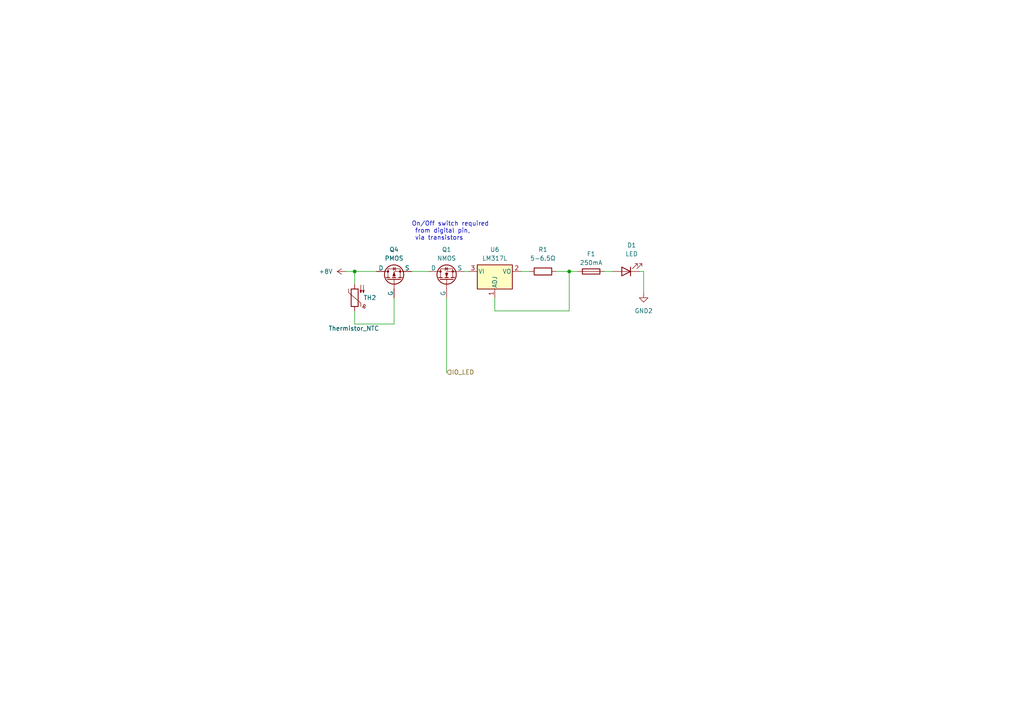
<source format=kicad_sch>
(kicad_sch (version 20230121) (generator eeschema)

  (uuid 4b2dfb37-bdac-47fc-b2cf-4baa192ecb6e)

  (paper "A4")

  (lib_symbols
    (symbol "Device:Fuse" (pin_numbers hide) (pin_names (offset 0)) (in_bom yes) (on_board yes)
      (property "Reference" "F" (at 2.032 0 90)
        (effects (font (size 1.27 1.27)))
      )
      (property "Value" "Fuse" (at -1.905 0 90)
        (effects (font (size 1.27 1.27)))
      )
      (property "Footprint" "" (at -1.778 0 90)
        (effects (font (size 1.27 1.27)) hide)
      )
      (property "Datasheet" "~" (at 0 0 0)
        (effects (font (size 1.27 1.27)) hide)
      )
      (property "ki_keywords" "fuse" (at 0 0 0)
        (effects (font (size 1.27 1.27)) hide)
      )
      (property "ki_description" "Fuse" (at 0 0 0)
        (effects (font (size 1.27 1.27)) hide)
      )
      (property "ki_fp_filters" "*Fuse*" (at 0 0 0)
        (effects (font (size 1.27 1.27)) hide)
      )
      (symbol "Fuse_0_1"
        (rectangle (start -0.762 -2.54) (end 0.762 2.54)
          (stroke (width 0.254) (type default))
          (fill (type none))
        )
        (polyline
          (pts
            (xy 0 2.54)
            (xy 0 -2.54)
          )
          (stroke (width 0) (type default))
          (fill (type none))
        )
      )
      (symbol "Fuse_1_1"
        (pin passive line (at 0 3.81 270) (length 1.27)
          (name "~" (effects (font (size 1.27 1.27))))
          (number "1" (effects (font (size 1.27 1.27))))
        )
        (pin passive line (at 0 -3.81 90) (length 1.27)
          (name "~" (effects (font (size 1.27 1.27))))
          (number "2" (effects (font (size 1.27 1.27))))
        )
      )
    )
    (symbol "Device:LED" (pin_numbers hide) (pin_names (offset 1.016) hide) (in_bom yes) (on_board yes)
      (property "Reference" "D" (at 0 2.54 0)
        (effects (font (size 1.27 1.27)))
      )
      (property "Value" "LED" (at 0 -2.54 0)
        (effects (font (size 1.27 1.27)))
      )
      (property "Footprint" "" (at 0 0 0)
        (effects (font (size 1.27 1.27)) hide)
      )
      (property "Datasheet" "~" (at 0 0 0)
        (effects (font (size 1.27 1.27)) hide)
      )
      (property "ki_keywords" "LED diode" (at 0 0 0)
        (effects (font (size 1.27 1.27)) hide)
      )
      (property "ki_description" "Light emitting diode" (at 0 0 0)
        (effects (font (size 1.27 1.27)) hide)
      )
      (property "ki_fp_filters" "LED* LED_SMD:* LED_THT:*" (at 0 0 0)
        (effects (font (size 1.27 1.27)) hide)
      )
      (symbol "LED_0_1"
        (polyline
          (pts
            (xy -1.27 -1.27)
            (xy -1.27 1.27)
          )
          (stroke (width 0.254) (type default))
          (fill (type none))
        )
        (polyline
          (pts
            (xy -1.27 0)
            (xy 1.27 0)
          )
          (stroke (width 0) (type default))
          (fill (type none))
        )
        (polyline
          (pts
            (xy 1.27 -1.27)
            (xy 1.27 1.27)
            (xy -1.27 0)
            (xy 1.27 -1.27)
          )
          (stroke (width 0.254) (type default))
          (fill (type none))
        )
        (polyline
          (pts
            (xy -3.048 -0.762)
            (xy -4.572 -2.286)
            (xy -3.81 -2.286)
            (xy -4.572 -2.286)
            (xy -4.572 -1.524)
          )
          (stroke (width 0) (type default))
          (fill (type none))
        )
        (polyline
          (pts
            (xy -1.778 -0.762)
            (xy -3.302 -2.286)
            (xy -2.54 -2.286)
            (xy -3.302 -2.286)
            (xy -3.302 -1.524)
          )
          (stroke (width 0) (type default))
          (fill (type none))
        )
      )
      (symbol "LED_1_1"
        (pin passive line (at -3.81 0 0) (length 2.54)
          (name "K" (effects (font (size 1.27 1.27))))
          (number "1" (effects (font (size 1.27 1.27))))
        )
        (pin passive line (at 3.81 0 180) (length 2.54)
          (name "A" (effects (font (size 1.27 1.27))))
          (number "2" (effects (font (size 1.27 1.27))))
        )
      )
    )
    (symbol "Device:R" (pin_numbers hide) (pin_names (offset 0)) (in_bom yes) (on_board yes)
      (property "Reference" "R" (at 2.032 0 90)
        (effects (font (size 1.27 1.27)))
      )
      (property "Value" "R" (at 0 0 90)
        (effects (font (size 1.27 1.27)))
      )
      (property "Footprint" "" (at -1.778 0 90)
        (effects (font (size 1.27 1.27)) hide)
      )
      (property "Datasheet" "~" (at 0 0 0)
        (effects (font (size 1.27 1.27)) hide)
      )
      (property "ki_keywords" "R res resistor" (at 0 0 0)
        (effects (font (size 1.27 1.27)) hide)
      )
      (property "ki_description" "Resistor" (at 0 0 0)
        (effects (font (size 1.27 1.27)) hide)
      )
      (property "ki_fp_filters" "R_*" (at 0 0 0)
        (effects (font (size 1.27 1.27)) hide)
      )
      (symbol "R_0_1"
        (rectangle (start -1.016 -2.54) (end 1.016 2.54)
          (stroke (width 0.254) (type default))
          (fill (type none))
        )
      )
      (symbol "R_1_1"
        (pin passive line (at 0 3.81 270) (length 1.27)
          (name "~" (effects (font (size 1.27 1.27))))
          (number "1" (effects (font (size 1.27 1.27))))
        )
        (pin passive line (at 0 -3.81 90) (length 1.27)
          (name "~" (effects (font (size 1.27 1.27))))
          (number "2" (effects (font (size 1.27 1.27))))
        )
      )
    )
    (symbol "Device:Thermistor_PTC" (pin_numbers hide) (pin_names (offset 0)) (in_bom yes) (on_board yes)
      (property "Reference" "TH" (at -4.064 0 90)
        (effects (font (size 1.27 1.27)))
      )
      (property "Value" "Thermistor_PTC" (at 3.048 0 90)
        (effects (font (size 1.27 1.27)))
      )
      (property "Footprint" "" (at 1.27 -5.08 0)
        (effects (font (size 1.27 1.27)) (justify left) hide)
      )
      (property "Datasheet" "~" (at 0 0 0)
        (effects (font (size 1.27 1.27)) hide)
      )
      (property "ki_keywords" "resistor PTC thermistor sensor RTD" (at 0 0 0)
        (effects (font (size 1.27 1.27)) hide)
      )
      (property "ki_description" "Temperature dependent resistor, positive temperature coefficient" (at 0 0 0)
        (effects (font (size 1.27 1.27)) hide)
      )
      (property "ki_fp_filters" "*PTC* *Thermistor* PIN?ARRAY* bornier* *Terminal?Block* R_*" (at 0 0 0)
        (effects (font (size 1.27 1.27)) hide)
      )
      (symbol "Thermistor_PTC_0_1"
        (arc (start -3.048 2.159) (mid -3.0495 2.3143) (end -3.175 2.413)
          (stroke (width 0) (type default))
          (fill (type none))
        )
        (arc (start -3.048 2.159) (mid -2.9736 1.9794) (end -2.794 1.905)
          (stroke (width 0) (type default))
          (fill (type none))
        )
        (arc (start -3.048 2.794) (mid -2.9736 2.6144) (end -2.794 2.54)
          (stroke (width 0) (type default))
          (fill (type none))
        )
        (arc (start -2.794 1.905) (mid -2.6144 1.9794) (end -2.54 2.159)
          (stroke (width 0) (type default))
          (fill (type none))
        )
        (arc (start -2.794 2.54) (mid -2.4393 2.5587) (end -2.159 2.794)
          (stroke (width 0) (type default))
          (fill (type none))
        )
        (arc (start -2.794 3.048) (mid -2.9736 2.9736) (end -3.048 2.794)
          (stroke (width 0) (type default))
          (fill (type none))
        )
        (arc (start -2.54 2.794) (mid -2.6144 2.9736) (end -2.794 3.048)
          (stroke (width 0) (type default))
          (fill (type none))
        )
        (rectangle (start -1.016 2.54) (end 1.016 -2.54)
          (stroke (width 0.254) (type default))
          (fill (type none))
        )
        (polyline
          (pts
            (xy -2.54 2.159)
            (xy -2.54 2.794)
          )
          (stroke (width 0) (type default))
          (fill (type none))
        )
        (polyline
          (pts
            (xy -1.778 2.54)
            (xy -1.778 1.524)
            (xy 1.778 -1.524)
            (xy 1.778 -2.54)
          )
          (stroke (width 0) (type default))
          (fill (type none))
        )
        (polyline
          (pts
            (xy -2.54 -3.683)
            (xy -2.54 -1.397)
            (xy -2.794 -2.159)
            (xy -2.286 -2.159)
            (xy -2.54 -1.397)
            (xy -2.54 -1.651)
          )
          (stroke (width 0) (type default))
          (fill (type outline))
        )
        (polyline
          (pts
            (xy -1.778 -3.683)
            (xy -1.778 -1.397)
            (xy -2.032 -2.159)
            (xy -1.524 -2.159)
            (xy -1.778 -1.397)
            (xy -1.778 -1.651)
          )
          (stroke (width 0) (type default))
          (fill (type outline))
        )
      )
      (symbol "Thermistor_PTC_1_1"
        (pin passive line (at 0 3.81 270) (length 1.27)
          (name "~" (effects (font (size 1.27 1.27))))
          (number "1" (effects (font (size 1.27 1.27))))
        )
        (pin passive line (at 0 -3.81 90) (length 1.27)
          (name "~" (effects (font (size 1.27 1.27))))
          (number "2" (effects (font (size 1.27 1.27))))
        )
      )
    )
    (symbol "Regulator_Linear:LM317L_SOT-89" (pin_names (offset 0.254)) (in_bom yes) (on_board yes)
      (property "Reference" "U" (at -3.81 3.175 0)
        (effects (font (size 1.27 1.27)))
      )
      (property "Value" "LM317L_SOT-89" (at 0 3.175 0)
        (effects (font (size 1.27 1.27)) (justify left))
      )
      (property "Footprint" "Package_TO_SOT_SMD:SOT-89-3" (at 0 6.35 0)
        (effects (font (size 1.27 1.27) italic) hide)
      )
      (property "Datasheet" "http://www.ti.com/lit/ds/symlink/lm317l.pdf" (at 0 0 0)
        (effects (font (size 1.27 1.27)) hide)
      )
      (property "ki_keywords" "Adjustable Voltage Regulator 1A Positive" (at 0 0 0)
        (effects (font (size 1.27 1.27)) hide)
      )
      (property "ki_description" "100mA 35V Adjustable Linear Regulator, SOT-89" (at 0 0 0)
        (effects (font (size 1.27 1.27)) hide)
      )
      (property "ki_fp_filters" "SOT?89*" (at 0 0 0)
        (effects (font (size 1.27 1.27)) hide)
      )
      (symbol "LM317L_SOT-89_0_1"
        (rectangle (start -5.08 1.905) (end 5.08 -5.08)
          (stroke (width 0.254) (type default))
          (fill (type background))
        )
      )
      (symbol "LM317L_SOT-89_1_1"
        (pin input line (at 0 -7.62 90) (length 2.54)
          (name "ADJ" (effects (font (size 1.27 1.27))))
          (number "1" (effects (font (size 1.27 1.27))))
        )
        (pin power_out line (at 7.62 0 180) (length 2.54)
          (name "VO" (effects (font (size 1.27 1.27))))
          (number "2" (effects (font (size 1.27 1.27))))
        )
        (pin power_in line (at -7.62 0 0) (length 2.54)
          (name "VI" (effects (font (size 1.27 1.27))))
          (number "3" (effects (font (size 1.27 1.27))))
        )
      )
    )
    (symbol "Simulation_SPICE:NMOS" (pin_numbers hide) (pin_names (offset 0)) (in_bom yes) (on_board yes)
      (property "Reference" "Q" (at 5.08 1.27 0)
        (effects (font (size 1.27 1.27)) (justify left))
      )
      (property "Value" "NMOS" (at 5.08 -1.27 0)
        (effects (font (size 1.27 1.27)) (justify left))
      )
      (property "Footprint" "" (at 5.08 2.54 0)
        (effects (font (size 1.27 1.27)) hide)
      )
      (property "Datasheet" "https://ngspice.sourceforge.io/docs/ngspice-manual.pdf" (at 0 -12.7 0)
        (effects (font (size 1.27 1.27)) hide)
      )
      (property "Sim.Device" "NMOS" (at 0 -17.145 0)
        (effects (font (size 1.27 1.27)) hide)
      )
      (property "Sim.Type" "VDMOS" (at 0 -19.05 0)
        (effects (font (size 1.27 1.27)) hide)
      )
      (property "Sim.Pins" "1=D 2=G 3=S" (at 0 -15.24 0)
        (effects (font (size 1.27 1.27)) hide)
      )
      (property "ki_keywords" "transistor NMOS N-MOS N-MOSFET simulation" (at 0 0 0)
        (effects (font (size 1.27 1.27)) hide)
      )
      (property "ki_description" "N-MOSFET transistor, drain/source/gate" (at 0 0 0)
        (effects (font (size 1.27 1.27)) hide)
      )
      (symbol "NMOS_0_1"
        (polyline
          (pts
            (xy 0.254 0)
            (xy -2.54 0)
          )
          (stroke (width 0) (type default))
          (fill (type none))
        )
        (polyline
          (pts
            (xy 0.254 1.905)
            (xy 0.254 -1.905)
          )
          (stroke (width 0.254) (type default))
          (fill (type none))
        )
        (polyline
          (pts
            (xy 0.762 -1.27)
            (xy 0.762 -2.286)
          )
          (stroke (width 0.254) (type default))
          (fill (type none))
        )
        (polyline
          (pts
            (xy 0.762 0.508)
            (xy 0.762 -0.508)
          )
          (stroke (width 0.254) (type default))
          (fill (type none))
        )
        (polyline
          (pts
            (xy 0.762 2.286)
            (xy 0.762 1.27)
          )
          (stroke (width 0.254) (type default))
          (fill (type none))
        )
        (polyline
          (pts
            (xy 2.54 2.54)
            (xy 2.54 1.778)
          )
          (stroke (width 0) (type default))
          (fill (type none))
        )
        (polyline
          (pts
            (xy 2.54 -2.54)
            (xy 2.54 0)
            (xy 0.762 0)
          )
          (stroke (width 0) (type default))
          (fill (type none))
        )
        (polyline
          (pts
            (xy 0.762 -1.778)
            (xy 3.302 -1.778)
            (xy 3.302 1.778)
            (xy 0.762 1.778)
          )
          (stroke (width 0) (type default))
          (fill (type none))
        )
        (polyline
          (pts
            (xy 1.016 0)
            (xy 2.032 0.381)
            (xy 2.032 -0.381)
            (xy 1.016 0)
          )
          (stroke (width 0) (type default))
          (fill (type outline))
        )
        (polyline
          (pts
            (xy 2.794 0.508)
            (xy 2.921 0.381)
            (xy 3.683 0.381)
            (xy 3.81 0.254)
          )
          (stroke (width 0) (type default))
          (fill (type none))
        )
        (polyline
          (pts
            (xy 3.302 0.381)
            (xy 2.921 -0.254)
            (xy 3.683 -0.254)
            (xy 3.302 0.381)
          )
          (stroke (width 0) (type default))
          (fill (type none))
        )
        (circle (center 1.651 0) (radius 2.794)
          (stroke (width 0.254) (type default))
          (fill (type none))
        )
        (circle (center 2.54 -1.778) (radius 0.254)
          (stroke (width 0) (type default))
          (fill (type outline))
        )
        (circle (center 2.54 1.778) (radius 0.254)
          (stroke (width 0) (type default))
          (fill (type outline))
        )
      )
      (symbol "NMOS_1_1"
        (pin passive line (at 2.54 5.08 270) (length 2.54)
          (name "D" (effects (font (size 1.27 1.27))))
          (number "1" (effects (font (size 1.27 1.27))))
        )
        (pin input line (at -5.08 0 0) (length 2.54)
          (name "G" (effects (font (size 1.27 1.27))))
          (number "2" (effects (font (size 1.27 1.27))))
        )
        (pin passive line (at 2.54 -5.08 90) (length 2.54)
          (name "S" (effects (font (size 1.27 1.27))))
          (number "3" (effects (font (size 1.27 1.27))))
        )
      )
    )
    (symbol "Simulation_SPICE:PMOS" (pin_numbers hide) (pin_names (offset 0)) (in_bom yes) (on_board yes)
      (property "Reference" "Q" (at 5.08 1.27 0)
        (effects (font (size 1.27 1.27)) (justify left))
      )
      (property "Value" "PMOS" (at 5.08 -1.27 0)
        (effects (font (size 1.27 1.27)) (justify left))
      )
      (property "Footprint" "" (at 5.08 2.54 0)
        (effects (font (size 1.27 1.27)) hide)
      )
      (property "Datasheet" "https://ngspice.sourceforge.io/docs/ngspice-manual.pdf" (at 0 -12.7 0)
        (effects (font (size 1.27 1.27)) hide)
      )
      (property "Sim.Device" "PMOS" (at 0 -17.145 0)
        (effects (font (size 1.27 1.27)) hide)
      )
      (property "Sim.Type" "VDMOS" (at 0 -19.05 0)
        (effects (font (size 1.27 1.27)) hide)
      )
      (property "Sim.Pins" "1=D 2=G 3=S" (at 0 -15.24 0)
        (effects (font (size 1.27 1.27)) hide)
      )
      (property "ki_keywords" "transistor PMOS P-MOS P-MOSFET simulation" (at 0 0 0)
        (effects (font (size 1.27 1.27)) hide)
      )
      (property "ki_description" "P-MOSFET transistor, drain/source/gate" (at 0 0 0)
        (effects (font (size 1.27 1.27)) hide)
      )
      (symbol "PMOS_0_1"
        (polyline
          (pts
            (xy 0.254 0)
            (xy -2.54 0)
          )
          (stroke (width 0) (type default))
          (fill (type none))
        )
        (polyline
          (pts
            (xy 0.254 1.905)
            (xy 0.254 -1.905)
          )
          (stroke (width 0.254) (type default))
          (fill (type none))
        )
        (polyline
          (pts
            (xy 0.762 -1.27)
            (xy 0.762 -2.286)
          )
          (stroke (width 0.254) (type default))
          (fill (type none))
        )
        (polyline
          (pts
            (xy 0.762 0.508)
            (xy 0.762 -0.508)
          )
          (stroke (width 0.254) (type default))
          (fill (type none))
        )
        (polyline
          (pts
            (xy 0.762 2.286)
            (xy 0.762 1.27)
          )
          (stroke (width 0.254) (type default))
          (fill (type none))
        )
        (polyline
          (pts
            (xy 2.54 2.54)
            (xy 2.54 1.778)
          )
          (stroke (width 0) (type default))
          (fill (type none))
        )
        (polyline
          (pts
            (xy 2.54 -2.54)
            (xy 2.54 0)
            (xy 0.762 0)
          )
          (stroke (width 0) (type default))
          (fill (type none))
        )
        (polyline
          (pts
            (xy 0.762 1.778)
            (xy 3.302 1.778)
            (xy 3.302 -1.778)
            (xy 0.762 -1.778)
          )
          (stroke (width 0) (type default))
          (fill (type none))
        )
        (polyline
          (pts
            (xy 2.286 0)
            (xy 1.27 0.381)
            (xy 1.27 -0.381)
            (xy 2.286 0)
          )
          (stroke (width 0) (type default))
          (fill (type outline))
        )
        (polyline
          (pts
            (xy 2.794 -0.508)
            (xy 2.921 -0.381)
            (xy 3.683 -0.381)
            (xy 3.81 -0.254)
          )
          (stroke (width 0) (type default))
          (fill (type none))
        )
        (polyline
          (pts
            (xy 3.302 -0.381)
            (xy 2.921 0.254)
            (xy 3.683 0.254)
            (xy 3.302 -0.381)
          )
          (stroke (width 0) (type default))
          (fill (type none))
        )
        (circle (center 1.651 0) (radius 2.794)
          (stroke (width 0.254) (type default))
          (fill (type none))
        )
        (circle (center 2.54 -1.778) (radius 0.254)
          (stroke (width 0) (type default))
          (fill (type outline))
        )
        (circle (center 2.54 1.778) (radius 0.254)
          (stroke (width 0) (type default))
          (fill (type outline))
        )
      )
      (symbol "PMOS_1_1"
        (pin passive line (at 2.54 5.08 270) (length 2.54)
          (name "D" (effects (font (size 1.27 1.27))))
          (number "1" (effects (font (size 1.27 1.27))))
        )
        (pin input line (at -5.08 0 0) (length 2.54)
          (name "G" (effects (font (size 1.27 1.27))))
          (number "2" (effects (font (size 1.27 1.27))))
        )
        (pin passive line (at 2.54 -5.08 90) (length 2.54)
          (name "S" (effects (font (size 1.27 1.27))))
          (number "3" (effects (font (size 1.27 1.27))))
        )
      )
    )
    (symbol "power:+8V" (power) (pin_names (offset 0)) (in_bom yes) (on_board yes)
      (property "Reference" "#PWR" (at 0 -3.81 0)
        (effects (font (size 1.27 1.27)) hide)
      )
      (property "Value" "+8V" (at 0 3.556 0)
        (effects (font (size 1.27 1.27)))
      )
      (property "Footprint" "" (at 0 0 0)
        (effects (font (size 1.27 1.27)) hide)
      )
      (property "Datasheet" "" (at 0 0 0)
        (effects (font (size 1.27 1.27)) hide)
      )
      (property "ki_keywords" "global power" (at 0 0 0)
        (effects (font (size 1.27 1.27)) hide)
      )
      (property "ki_description" "Power symbol creates a global label with name \"+8V\"" (at 0 0 0)
        (effects (font (size 1.27 1.27)) hide)
      )
      (symbol "+8V_0_1"
        (polyline
          (pts
            (xy -0.762 1.27)
            (xy 0 2.54)
          )
          (stroke (width 0) (type default))
          (fill (type none))
        )
        (polyline
          (pts
            (xy 0 0)
            (xy 0 2.54)
          )
          (stroke (width 0) (type default))
          (fill (type none))
        )
        (polyline
          (pts
            (xy 0 2.54)
            (xy 0.762 1.27)
          )
          (stroke (width 0) (type default))
          (fill (type none))
        )
      )
      (symbol "+8V_1_1"
        (pin power_in line (at 0 0 90) (length 0) hide
          (name "+8V" (effects (font (size 1.27 1.27))))
          (number "1" (effects (font (size 1.27 1.27))))
        )
      )
    )
    (symbol "power:GND2" (power) (pin_names (offset 0)) (in_bom yes) (on_board yes)
      (property "Reference" "#PWR" (at 0 -6.35 0)
        (effects (font (size 1.27 1.27)) hide)
      )
      (property "Value" "GND2" (at 0 -3.81 0)
        (effects (font (size 1.27 1.27)))
      )
      (property "Footprint" "" (at 0 0 0)
        (effects (font (size 1.27 1.27)) hide)
      )
      (property "Datasheet" "" (at 0 0 0)
        (effects (font (size 1.27 1.27)) hide)
      )
      (property "ki_keywords" "global power" (at 0 0 0)
        (effects (font (size 1.27 1.27)) hide)
      )
      (property "ki_description" "Power symbol creates a global label with name \"GND2\" , ground" (at 0 0 0)
        (effects (font (size 1.27 1.27)) hide)
      )
      (symbol "GND2_0_1"
        (polyline
          (pts
            (xy 0 0)
            (xy 0 -1.27)
            (xy 1.27 -1.27)
            (xy 0 -2.54)
            (xy -1.27 -1.27)
            (xy 0 -1.27)
          )
          (stroke (width 0) (type default))
          (fill (type none))
        )
      )
      (symbol "GND2_1_1"
        (pin power_in line (at 0 0 270) (length 0) hide
          (name "GND2" (effects (font (size 1.27 1.27))))
          (number "1" (effects (font (size 1.27 1.27))))
        )
      )
    )
  )

  (junction (at 165.1 78.74) (diameter 0) (color 0 0 0 0)
    (uuid ac7d0e95-2338-4f62-a6e1-901e89283538)
  )
  (junction (at 102.87 78.74) (diameter 0) (color 0 0 0 0)
    (uuid d6449c6b-d35b-4dab-91e0-3fdc7ba2ffe1)
  )

  (wire (pts (xy 143.51 90.17) (xy 143.51 86.36))
    (stroke (width 0) (type default))
    (uuid 058b269c-1212-41c3-b8f6-45310ae013e8)
  )
  (wire (pts (xy 100.33 78.74) (xy 102.87 78.74))
    (stroke (width 0) (type default))
    (uuid 1d92d4d0-27b9-48e1-ba87-74b90079dd48)
  )
  (wire (pts (xy 151.13 78.74) (xy 153.67 78.74))
    (stroke (width 0) (type default))
    (uuid 36f57075-55fd-4025-b5b3-80cb1c6cee91)
  )
  (wire (pts (xy 186.69 78.74) (xy 186.69 85.09))
    (stroke (width 0) (type default))
    (uuid 58df62a5-7203-446e-a733-f80a85ddf889)
  )
  (wire (pts (xy 102.87 93.98) (xy 114.3 93.98))
    (stroke (width 0) (type default))
    (uuid 5a5e4e49-660d-4ecf-8c19-ff3d2ca93092)
  )
  (wire (pts (xy 175.26 78.74) (xy 177.8 78.74))
    (stroke (width 0) (type default))
    (uuid 60e217d0-4a4d-47f9-a750-2e390b6765d2)
  )
  (wire (pts (xy 165.1 90.17) (xy 143.51 90.17))
    (stroke (width 0) (type default))
    (uuid 6912f97c-5868-405a-9031-870081d3c714)
  )
  (wire (pts (xy 114.3 86.36) (xy 114.3 93.98))
    (stroke (width 0) (type default))
    (uuid 9bb34890-b778-48f5-a39b-dbbf7b3ff6a9)
  )
  (wire (pts (xy 102.87 90.17) (xy 102.87 93.98))
    (stroke (width 0) (type default))
    (uuid afc8d167-9f41-49c3-814d-06f564fa47ed)
  )
  (wire (pts (xy 129.54 86.36) (xy 129.54 107.95))
    (stroke (width 0) (type default))
    (uuid afef005d-d22a-47bc-a5d6-ea0a47462813)
  )
  (wire (pts (xy 102.87 78.74) (xy 109.22 78.74))
    (stroke (width 0) (type default))
    (uuid bc9e8969-495a-4c9a-ba63-87e45760f32c)
  )
  (wire (pts (xy 165.1 78.74) (xy 165.1 90.17))
    (stroke (width 0) (type default))
    (uuid cd2c0dcc-144b-4f20-8d9f-cd776e33ebd8)
  )
  (wire (pts (xy 134.62 78.74) (xy 135.89 78.74))
    (stroke (width 0) (type default))
    (uuid d895f9a2-05cf-4874-ab74-d02428f40929)
  )
  (wire (pts (xy 102.87 78.74) (xy 102.87 82.55))
    (stroke (width 0) (type default))
    (uuid df558665-b5de-4836-b935-44774e9449e8)
  )
  (wire (pts (xy 119.38 78.74) (xy 124.46 78.74))
    (stroke (width 0) (type default))
    (uuid e92cc8e3-bb4f-409c-87c9-4afb8b6d18da)
  )
  (wire (pts (xy 165.1 78.74) (xy 167.64 78.74))
    (stroke (width 0) (type default))
    (uuid ebd10391-0b7e-4664-83f5-5d5e0e28884d)
  )
  (wire (pts (xy 161.29 78.74) (xy 165.1 78.74))
    (stroke (width 0) (type default))
    (uuid eedf7fb4-8966-4094-9db0-d57d6ddac2c5)
  )
  (wire (pts (xy 186.69 78.74) (xy 185.42 78.74))
    (stroke (width 0) (type default))
    (uuid fe61b922-da6b-450c-94df-4a1a5de022f8)
  )

  (text "On/Off switch required\n from digital pin,\n via transistors"
    (at 119.38 69.85 0)
    (effects (font (size 1.27 1.27)) (justify left bottom))
    (uuid 34f56a6e-ebc7-434e-a73f-caadba1ba976)
  )

  (hierarchical_label "IO_LED" (shape input) (at 129.54 107.95 0) (fields_autoplaced)
    (effects (font (size 1.27 1.27)) (justify left))
    (uuid e1552da1-3870-46bd-a819-00d2361e8d9e)
  )

  (symbol (lib_id "power:GND2") (at 186.69 85.09 0) (unit 1)
    (in_bom yes) (on_board yes) (dnp no) (fields_autoplaced)
    (uuid 0b623260-27e5-4ca7-9c2e-f37ed01e5441)
    (property "Reference" "#PWR011" (at 186.69 91.44 0)
      (effects (font (size 1.27 1.27)) hide)
    )
    (property "Value" "GND2" (at 186.69 90.17 0)
      (effects (font (size 1.27 1.27)))
    )
    (property "Footprint" "" (at 186.69 85.09 0)
      (effects (font (size 1.27 1.27)) hide)
    )
    (property "Datasheet" "" (at 186.69 85.09 0)
      (effects (font (size 1.27 1.27)) hide)
    )
    (pin "1" (uuid 9bfe76b0-471f-4edd-88c2-46199c33185d))
    (instances
      (project "KaCat1-2 wiring"
        (path "/5d2fc9f9-e9c7-40c5-b3fa-7f2393597598/b3e38a58-c382-4799-b908-63320a51c951"
          (reference "#PWR011") (unit 1)
        )
      )
    )
  )

  (symbol (lib_id "Device:Fuse") (at 171.45 78.74 270) (unit 1)
    (in_bom yes) (on_board yes) (dnp no) (fields_autoplaced)
    (uuid 41bcbe88-e104-4cb4-8a63-3f297ae8c3c3)
    (property "Reference" "F1" (at 171.45 73.66 90)
      (effects (font (size 1.27 1.27)))
    )
    (property "Value" "250mA" (at 171.45 76.2 90)
      (effects (font (size 1.27 1.27)))
    )
    (property "Footprint" "" (at 171.45 76.962 90)
      (effects (font (size 1.27 1.27)) hide)
    )
    (property "Datasheet" "~" (at 171.45 78.74 0)
      (effects (font (size 1.27 1.27)) hide)
    )
    (pin "2" (uuid 601212d5-31d1-4b5d-a911-5dd923397760))
    (pin "1" (uuid 314ccf57-aea0-4eea-abf5-67ce97b728fc))
    (instances
      (project "KaCat1-2 wiring"
        (path "/5d2fc9f9-e9c7-40c5-b3fa-7f2393597598/b3e38a58-c382-4799-b908-63320a51c951"
          (reference "F1") (unit 1)
        )
      )
    )
  )

  (symbol (lib_id "Simulation_SPICE:NMOS") (at 129.54 81.28 90) (unit 1)
    (in_bom yes) (on_board yes) (dnp no) (fields_autoplaced)
    (uuid 643b4997-f7b8-489b-b3cd-c71dab0932ee)
    (property "Reference" "Q1" (at 129.54 72.39 90)
      (effects (font (size 1.27 1.27)))
    )
    (property "Value" "NMOS" (at 129.54 74.93 90)
      (effects (font (size 1.27 1.27)))
    )
    (property "Footprint" "" (at 127 76.2 0)
      (effects (font (size 1.27 1.27)) hide)
    )
    (property "Datasheet" "https://ngspice.sourceforge.io/docs/ngspice-manual.pdf" (at 142.24 81.28 0)
      (effects (font (size 1.27 1.27)) hide)
    )
    (property "Sim.Device" "NMOS" (at 146.685 81.28 0)
      (effects (font (size 1.27 1.27)) hide)
    )
    (property "Sim.Type" "VDMOS" (at 148.59 81.28 0)
      (effects (font (size 1.27 1.27)) hide)
    )
    (property "Sim.Pins" "1=D 2=G 3=S" (at 144.78 81.28 0)
      (effects (font (size 1.27 1.27)) hide)
    )
    (pin "3" (uuid ed5c6a2a-dd8d-4e07-96cf-e40362b0140a))
    (pin "1" (uuid ab952867-3223-4acf-8f67-8d9451bd8600))
    (pin "2" (uuid fe50a2f6-a2a9-4336-92b1-705a76c90abb))
    (instances
      (project "KaCat1-2 wiring"
        (path "/5d2fc9f9-e9c7-40c5-b3fa-7f2393597598/b3e38a58-c382-4799-b908-63320a51c951"
          (reference "Q1") (unit 1)
        )
      )
    )
  )

  (symbol (lib_id "Device:R") (at 157.48 78.74 270) (unit 1)
    (in_bom yes) (on_board yes) (dnp no) (fields_autoplaced)
    (uuid 6986096d-7ba2-43ae-8dc9-f29e33a5155e)
    (property "Reference" "R1" (at 157.48 72.39 90)
      (effects (font (size 1.27 1.27)))
    )
    (property "Value" "5-6.5Ω" (at 157.48 74.93 90)
      (effects (font (size 1.27 1.27)))
    )
    (property "Footprint" "" (at 157.48 76.962 90)
      (effects (font (size 1.27 1.27)) hide)
    )
    (property "Datasheet" "~" (at 157.48 78.74 0)
      (effects (font (size 1.27 1.27)) hide)
    )
    (pin "2" (uuid 9f906912-1f61-4aff-8e99-8a228c1b3abe))
    (pin "1" (uuid 441b3952-e9c9-424a-aaca-40b0ab63ff6e))
    (instances
      (project "KaCat1-2 wiring"
        (path "/5d2fc9f9-e9c7-40c5-b3fa-7f2393597598/b3e38a58-c382-4799-b908-63320a51c951"
          (reference "R1") (unit 1)
        )
      )
    )
  )

  (symbol (lib_id "Simulation_SPICE:PMOS") (at 114.3 81.28 90) (unit 1)
    (in_bom yes) (on_board yes) (dnp no) (fields_autoplaced)
    (uuid 7005cce7-631b-45c2-a5dc-484358971da7)
    (property "Reference" "Q4" (at 114.3 72.39 90)
      (effects (font (size 1.27 1.27)))
    )
    (property "Value" "PMOS" (at 114.3 74.93 90)
      (effects (font (size 1.27 1.27)))
    )
    (property "Footprint" "" (at 111.76 76.2 0)
      (effects (font (size 1.27 1.27)) hide)
    )
    (property "Datasheet" "https://ngspice.sourceforge.io/docs/ngspice-manual.pdf" (at 127 81.28 0)
      (effects (font (size 1.27 1.27)) hide)
    )
    (property "Sim.Device" "PMOS" (at 131.445 81.28 0)
      (effects (font (size 1.27 1.27)) hide)
    )
    (property "Sim.Type" "VDMOS" (at 133.35 81.28 0)
      (effects (font (size 1.27 1.27)) hide)
    )
    (property "Sim.Pins" "1=D 2=G 3=S" (at 129.54 81.28 0)
      (effects (font (size 1.27 1.27)) hide)
    )
    (pin "3" (uuid 659f4185-4609-4dfe-93fa-d58dfd9c00cb))
    (pin "2" (uuid 818992ed-4a90-4c6e-a3b9-cb3cd12d9556))
    (pin "1" (uuid fa500294-0e86-4f73-b2f6-eb0d4131f92d))
    (instances
      (project "KaCat1-2 wiring"
        (path "/5d2fc9f9-e9c7-40c5-b3fa-7f2393597598/b3e38a58-c382-4799-b908-63320a51c951"
          (reference "Q4") (unit 1)
        )
      )
    )
  )

  (symbol (lib_id "Device:Thermistor_PTC") (at 102.87 86.36 180) (unit 1)
    (in_bom yes) (on_board yes) (dnp no)
    (uuid 99dcac1e-2373-4d72-9b51-6c6230fe4fed)
    (property "Reference" "TH2" (at 105.41 86.36 0)
      (effects (font (size 1.27 1.27)) (justify right))
    )
    (property "Value" "Thermistor_NTC" (at 95.25 95.25 0)
      (effects (font (size 1.27 1.27)) (justify right))
    )
    (property "Footprint" "" (at 101.6 81.28 0)
      (effects (font (size 1.27 1.27)) (justify left) hide)
    )
    (property "Datasheet" "~" (at 102.87 86.36 0)
      (effects (font (size 1.27 1.27)) hide)
    )
    (pin "1" (uuid 3495ae1d-242d-4848-a164-ed35e46996ed))
    (pin "2" (uuid b91eade2-49e4-41fc-be20-a72755d5b5c1))
    (instances
      (project "KaCat1-2 wiring"
        (path "/5d2fc9f9-e9c7-40c5-b3fa-7f2393597598/b3e38a58-c382-4799-b908-63320a51c951"
          (reference "TH2") (unit 1)
        )
      )
    )
  )

  (symbol (lib_id "Regulator_Linear:LM317L_SOT-89") (at 143.51 78.74 0) (unit 1)
    (in_bom yes) (on_board yes) (dnp no) (fields_autoplaced)
    (uuid ca94a07c-6066-4909-b3fe-0237a6522020)
    (property "Reference" "U6" (at 143.51 72.39 0)
      (effects (font (size 1.27 1.27)))
    )
    (property "Value" "LM317L" (at 143.51 74.93 0)
      (effects (font (size 1.27 1.27)))
    )
    (property "Footprint" "Package_TO_SOT_SMD:SOT-89-3" (at 143.51 72.39 0)
      (effects (font (size 1.27 1.27) italic) hide)
    )
    (property "Datasheet" "http://www.ti.com/lit/ds/symlink/lm317l.pdf" (at 143.51 78.74 0)
      (effects (font (size 1.27 1.27)) hide)
    )
    (pin "3" (uuid 8fb5b1e3-2ef9-4080-91b1-861d92ffff85))
    (pin "1" (uuid 916cdfa5-9411-43c9-a67a-040496e57842))
    (pin "2" (uuid ddca7bc5-32c9-426c-8e46-6fa216369684))
    (instances
      (project "KaCat1-2 wiring"
        (path "/5d2fc9f9-e9c7-40c5-b3fa-7f2393597598/b3e38a58-c382-4799-b908-63320a51c951"
          (reference "U6") (unit 1)
        )
      )
    )
  )

  (symbol (lib_id "power:+8V") (at 100.33 78.74 90) (unit 1)
    (in_bom yes) (on_board yes) (dnp no) (fields_autoplaced)
    (uuid de26ab7d-5102-40cc-b195-c883d9cdcfe2)
    (property "Reference" "#PWR014" (at 104.14 78.74 0)
      (effects (font (size 1.27 1.27)) hide)
    )
    (property "Value" "+8V" (at 96.52 78.74 90)
      (effects (font (size 1.27 1.27)) (justify left))
    )
    (property "Footprint" "" (at 100.33 78.74 0)
      (effects (font (size 1.27 1.27)) hide)
    )
    (property "Datasheet" "" (at 100.33 78.74 0)
      (effects (font (size 1.27 1.27)) hide)
    )
    (pin "1" (uuid 9b6dcd21-a5a1-4b21-9502-9953b7c91d28))
    (instances
      (project "KaCat1-2 wiring"
        (path "/5d2fc9f9-e9c7-40c5-b3fa-7f2393597598/b3e38a58-c382-4799-b908-63320a51c951"
          (reference "#PWR014") (unit 1)
        )
      )
    )
  )

  (symbol (lib_id "Device:LED") (at 181.61 78.74 180) (unit 1)
    (in_bom yes) (on_board yes) (dnp no)
    (uuid e9b391e1-10c9-4d8d-8f8c-5f50a349d39b)
    (property "Reference" "D1" (at 183.1975 71.12 0)
      (effects (font (size 1.27 1.27)))
    )
    (property "Value" "LED" (at 183.1975 73.66 0)
      (effects (font (size 1.27 1.27)))
    )
    (property "Footprint" "" (at 181.61 78.74 0)
      (effects (font (size 1.27 1.27)) hide)
    )
    (property "Datasheet" "~" (at 181.61 78.74 0)
      (effects (font (size 1.27 1.27)) hide)
    )
    (pin "1" (uuid 138c61ff-f983-4f73-86f9-ff2d9a5d748a))
    (pin "2" (uuid e324a167-ed9a-433a-8fb1-711187a24858))
    (instances
      (project "KaCat1-2 wiring"
        (path "/5d2fc9f9-e9c7-40c5-b3fa-7f2393597598/b3e38a58-c382-4799-b908-63320a51c951"
          (reference "D1") (unit 1)
        )
      )
    )
  )
)

</source>
